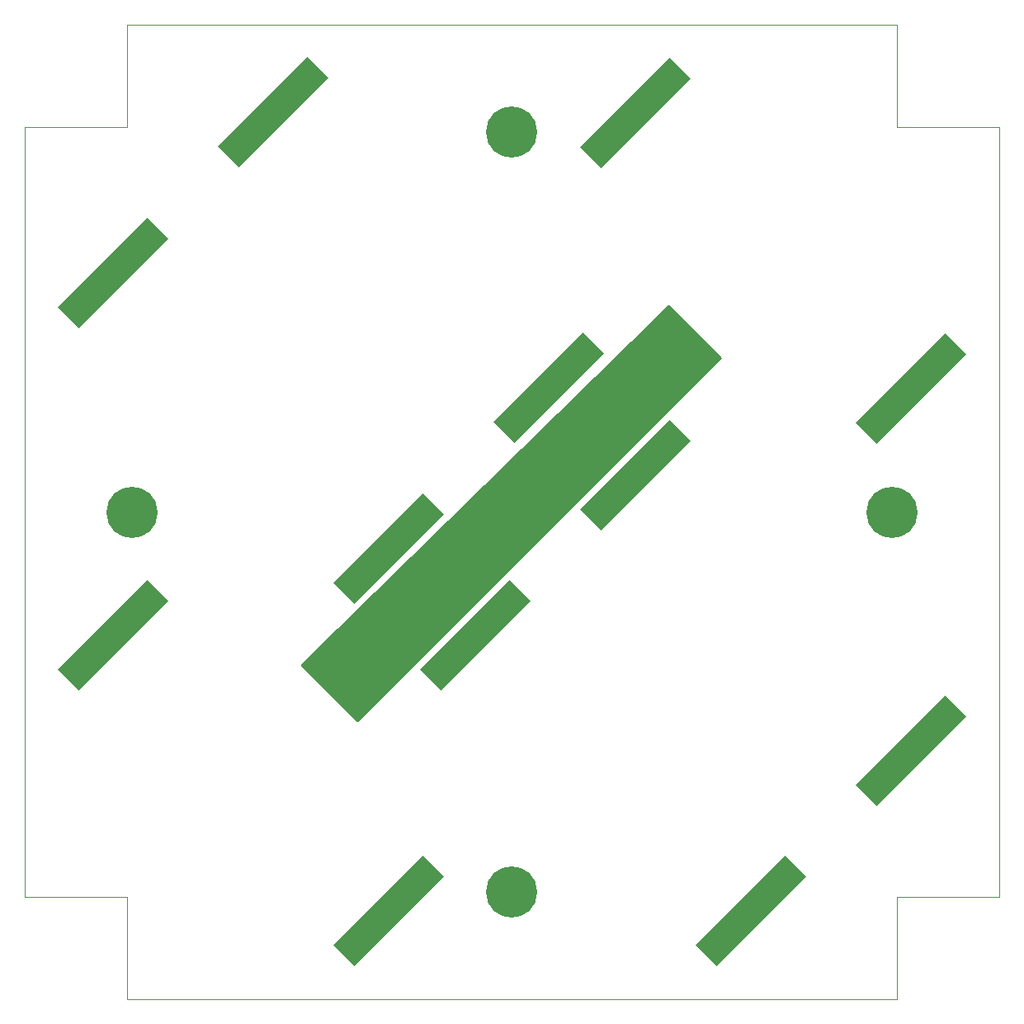
<source format=gbr>
%TF.GenerationSoftware,KiCad,Pcbnew,7.0.5*%
%TF.CreationDate,2023-06-21T14:57:04-07:00*%
%TF.ProjectId,solar-panel-side-Z,736f6c61-722d-4706-916e-656c2d736964,3.1*%
%TF.SameCoordinates,Original*%
%TF.FileFunction,Soldermask,Top*%
%TF.FilePolarity,Negative*%
%FSLAX46Y46*%
G04 Gerber Fmt 4.6, Leading zero omitted, Abs format (unit mm)*
G04 Created by KiCad (PCBNEW 7.0.5) date 2023-06-21 14:57:04*
%MOMM*%
%LPD*%
G01*
G04 APERTURE LIST*
G04 Aperture macros list*
%AMRotRect*
0 Rectangle, with rotation*
0 The origin of the aperture is its center*
0 $1 length*
0 $2 width*
0 $3 Rotation angle, in degrees counterclockwise*
0 Add horizontal line*
21,1,$1,$2,0,0,$3*%
G04 Aperture macros list end*
%ADD10C,5.250000*%
%ADD11RotRect,13.000000X3.000000X45.000000*%
%ADD12RotRect,13.000000X3.000000X225.000000*%
%TA.AperFunction,Profile*%
%ADD13C,0.050000*%
%TD*%
G04 APERTURE END LIST*
D10*
%TO.C,J4*%
X110500000Y-85000000D03*
%TD*%
%TO.C,J5*%
X149500000Y-124000000D03*
%TD*%
%TO.C,J6*%
X149500000Y-46000000D03*
%TD*%
%TO.C,J7*%
X188500000Y-85000000D03*
%TD*%
D11*
%TO.C,SC5*%
X108537864Y-97657864D03*
X136822136Y-125942136D03*
%TD*%
%TO.C,SC3*%
X125000000Y-43980000D03*
X153284272Y-72264272D03*
%TD*%
D12*
%TO.C,SC4*%
X136824272Y-88734272D03*
X108540000Y-60450000D03*
%TD*%
D11*
%TO.C,SC6*%
X145755728Y-97665728D03*
X174040000Y-125950000D03*
%TD*%
D12*
%TO.C,SC2*%
X190462136Y-72342136D03*
X162177864Y-44057864D03*
%TD*%
%TO.C,SC1*%
X190480000Y-109480000D03*
X162195728Y-81195728D03*
%TD*%
G36*
X165643641Y-63758717D02*
G01*
X165686748Y-63786748D01*
X171012319Y-69112319D01*
X171045804Y-69173642D01*
X171040820Y-69243334D01*
X171012319Y-69287681D01*
X133787681Y-106512319D01*
X133726358Y-106545804D01*
X133656666Y-106540820D01*
X133612319Y-106512319D01*
X127888624Y-100788624D01*
X127855139Y-100727301D01*
X127860123Y-100657609D01*
X127889566Y-100612329D01*
X165512328Y-63785815D01*
X165574006Y-63752988D01*
X165643641Y-63758717D01*
G37*
D13*
X189000000Y-135000000D02*
X110000000Y-135000000D01*
X110000000Y-124500000D02*
X99500000Y-124500000D01*
X110000000Y-45500000D02*
X110000000Y-35000000D01*
X189000000Y-45500000D02*
X199500000Y-45500000D01*
X99500000Y-124500000D02*
X99500000Y-45500000D01*
X199500000Y-124500000D02*
X189000000Y-124500000D01*
X110000000Y-35000000D02*
X189000000Y-35000000D01*
X199500000Y-45500000D02*
X199500000Y-124500000D01*
X189000000Y-124500000D02*
X189000000Y-135000000D01*
X99500000Y-45500000D02*
X110000000Y-45500000D01*
X189000000Y-35000000D02*
X189000000Y-45500000D01*
X110000000Y-135000000D02*
X110000000Y-124500000D01*
M02*

</source>
